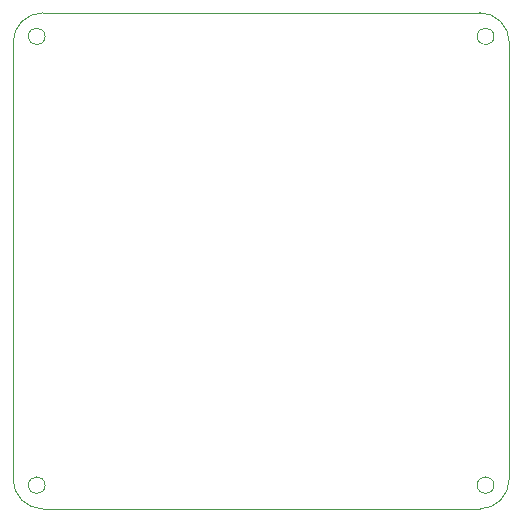
<source format=gbr>
G04 #@! TF.GenerationSoftware,KiCad,Pcbnew,5.1.4-e60b266~84~ubuntu19.04.1*
G04 #@! TF.CreationDate,2020-01-26T15:48:04+11:00*
G04 #@! TF.ProjectId,sid-board_ldo_supplies,7369642d-626f-4617-9264-5f6c646f5f73,rev?*
G04 #@! TF.SameCoordinates,Original*
G04 #@! TF.FileFunction,Profile,NP*
%FSLAX46Y46*%
G04 Gerber Fmt 4.6, Leading zero omitted, Abs format (unit mm)*
G04 Created by KiCad (PCBNEW 5.1.4-e60b266~84~ubuntu19.04.1) date 2020-01-26 15:48:04*
%MOMM*%
%LPD*%
G04 APERTURE LIST*
%ADD10C,0.120000*%
G04 APERTURE END LIST*
D10*
X104207107Y-99000000D02*
G75*
G03X104207107Y-99000000I-707107J0D01*
G01*
X66207107Y-99000000D02*
G75*
G03X66207107Y-99000000I-707107J0D01*
G01*
X104207107Y-61000000D02*
G75*
G03X104207107Y-61000000I-707107J0D01*
G01*
X66207107Y-61000000D02*
G75*
G03X66207107Y-61000000I-707107J0D01*
G01*
X66000000Y-101000000D02*
G75*
G02X63500000Y-98500000I0J2500000D01*
G01*
X105500000Y-98500000D02*
G75*
G02X103000000Y-101000000I-2500000J0D01*
G01*
X103000000Y-59000000D02*
G75*
G02X105500000Y-61500000I0J-2500000D01*
G01*
X63500000Y-61500000D02*
G75*
G02X66000000Y-59000000I2500000J0D01*
G01*
X63500000Y-98500000D02*
X63500000Y-61500000D01*
X103000000Y-101000000D02*
X66000000Y-101000000D01*
X105500000Y-61500000D02*
X105500000Y-98500000D01*
X66000000Y-59000000D02*
X103000000Y-59000000D01*
M02*

</source>
